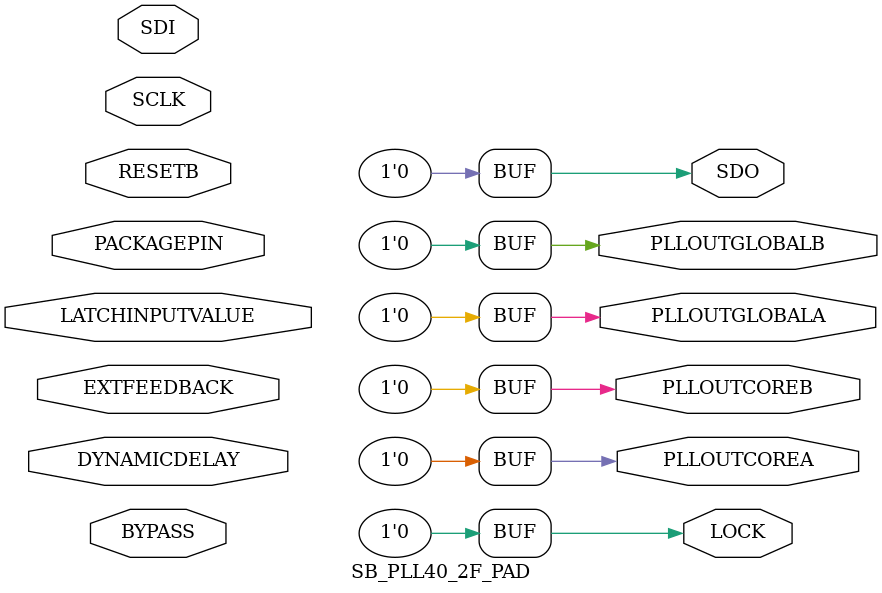
<source format=v>
module SB_PLL40_2F_PAD(	// file.cleaned.mlir:2:3
  input        PACKAGEPIN,	// file.cleaned.mlir:2:33
               EXTFEEDBACK,	// file.cleaned.mlir:2:54
  input  [7:0] DYNAMICDELAY,	// file.cleaned.mlir:2:76
  input        BYPASS,	// file.cleaned.mlir:2:99
               RESETB,	// file.cleaned.mlir:2:116
               LATCHINPUTVALUE,	// file.cleaned.mlir:2:133
               SDI,	// file.cleaned.mlir:2:159
               SCLK,	// file.cleaned.mlir:2:173
  output       PLLOUTCOREA,	// file.cleaned.mlir:2:189
               PLLOUTGLOBALA,	// file.cleaned.mlir:2:211
               PLLOUTCOREB,	// file.cleaned.mlir:2:235
               PLLOUTGLOBALB,	// file.cleaned.mlir:2:257
               LOCK,	// file.cleaned.mlir:2:281
               SDO	// file.cleaned.mlir:2:296
);

  assign PLLOUTCOREA = 1'h0;	// file.cleaned.mlir:3:14, :4:5
  assign PLLOUTGLOBALA = 1'h0;	// file.cleaned.mlir:3:14, :4:5
  assign PLLOUTCOREB = 1'h0;	// file.cleaned.mlir:3:14, :4:5
  assign PLLOUTGLOBALB = 1'h0;	// file.cleaned.mlir:3:14, :4:5
  assign LOCK = 1'h0;	// file.cleaned.mlir:3:14, :4:5
  assign SDO = 1'h0;	// file.cleaned.mlir:3:14, :4:5
endmodule


</source>
